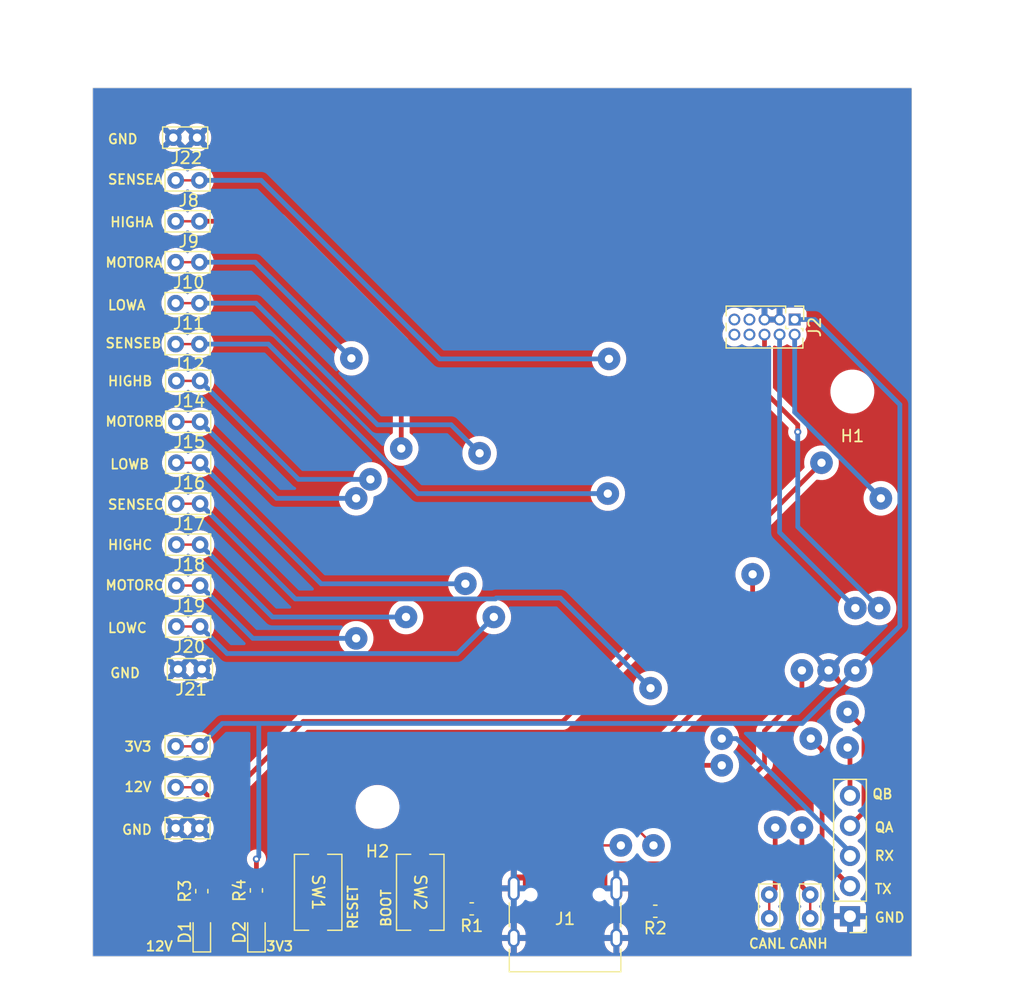
<source format=kicad_pcb>
(kicad_pcb (version 20241229) (generator "pcbnew") (generator_version "9.0")
  (title_block (rev "1"))
  (layers (0 "F.Cu" signal "Front") (2 "B.Cu" signal "Back") (13 "F.Paste" user) (15 "B.Paste" user) (5 "F.SilkS" user "F.Silkscreen") (7 "B.SilkS" user "B.Silkscreen") (1 "F.Mask" user) (3 "B.Mask" user) (25 "Edge.Cuts" user))
  (net 0 "")
  (net 1 "VBUS")
  (net 2 "/D-")
  (net 4 "GND")
  (net 5 "/D+")
  (net 6 "Net-(J1-CC2)")
  (net 8 "Net-(J1-CC1)")
  (net 10 "/SWDCK")
  (net 12 "/RESET")
  (net 14 "/SWDIO")
  (net 15 "+12V")
  (net 16 "+3V3")
  (net 17 "/CANL")
  (net 18 "/CANH")
  (net 19 "Net-(D1-A)")
  (net 20 "Net-(D2-A)")
  (net 21 "/~{RESET}")
  (net 22 "/~{BOOT}")
  (net 23 "/SWO")
  (net 24 "/CAN_TX")
  (net 25 "/CAN_RX")
  (net 26 "/QUADA")
  (net 27 "/QUADB")
  (net 28 "/SENSEA")
  (net 29 "/HIGHA")
  (net 30 "/MOTORA")
  (net 31 "/LOWA")
  (net 32 "/SENSEB")
  (net 33 "/HIGHB")
  (net 34 "/MOTORB")
  (net 35 "/LOWB")
  (net 36 "/SENSEC")
  (net 37 "/HIGHC")
  (net 38 "/MOTORC")
  (net 39 "/LOWC")
  (footprint "TestPoint:TestPoint_Bridge_Pitch2.0mm_Drill0.7mm" (layer "F.Cu") (at 95.25 63.75)
    (property "Reference" "J11" (at 1.1 1.7 0) (layer "F.SilkS"))
    (property "Value" "Conn_01x01_Socket")
    (pad "1" thru_hole circle (at 0 0) (size 1.4 1.4) (drill 0.7) (layers "*.Cu" "*.Mask") (net 31 "/LOWA"))
    (pad "1" thru_hole circle (at 2 0) (size 1.4 1.4) (drill 0.7) (layers "*.Cu" "*.Mask") (net 31 "/LOWA"))
  )
  (footprint "SJSU_common:MilMax_Pogo_0906-0-15-20-76-14-11-0" (layer "F.Cu") (at 110.05 68.4 180)
    (property "Reference" "TP20" (hide yes))
    (property "Value" "0906-0-15-20-76-14-11-0")
    (pad "1" thru_hole circle (at 0 0 180) (size 1.9 1.9) (drill 0.7) (layers "*.Cu" "*.Mask") (net 30 "/MOTORA"))
  )
  (footprint "SJSU_common:MilMax_Pogo_0906-0-15-20-76-14-11-0" (layer "F.Cu") (at 154.65 80.2 180)
    (property "Reference" "TP10" (hide yes))
    (property "Value" "0906-0-15-20-76-14-11-0")
    (pad "1" thru_hole circle (at 0 0 180) (size 1.9 1.9) (drill 0.7) (layers "*.Cu" "*.Mask") (net 14 "/SWDIO"))
  )
  (footprint "TestPoint:TestPoint_Bridge_Pitch2.0mm_Drill0.7mm" (layer "F.Cu") (at 95.45 94.6)
    (property "Reference" "J21" (at 1.1 1.7 0) (layer "F.SilkS"))
    (property "Value" "Conn_01x01_Socket")
    (pad "1" thru_hole circle (at 0 0) (size 1.4 1.4) (drill 0.7) (layers "*.Cu" "*.Mask") (net 4 "GND"))
    (pad "1" thru_hole circle (at 2 0) (size 1.4 1.4) (drill 0.7) (layers "*.Cu" "*.Mask") (net 4 "GND"))
  )
  (footprint "SJSU_common:MilMax_Pogo_0906-0-15-20-76-14-11-0" (layer "F.Cu") (at 114.65 90.2 180)
    (property "Reference" "TP27" (hide yes))
    (property "Value" "0906-0-15-20-76-14-11-0")
    (pad "1" thru_hole circle (at 0 0 180) (size 1.9 1.9) (drill 0.7) (layers "*.Cu" "*.Mask") (net 37 "/HIGHC"))
  )
  (footprint "SJSU_common:MilMax_Pogo_0906-0-15-20-76-14-11-0" (layer "F.Cu") (at 120.85 76.4 180)
    (property "Reference" "TP21" (hide yes))
    (property "Value" "0906-0-15-20-76-14-11-0")
    (pad "1" thru_hole circle (at 0 0 180) (size 1.9 1.9) (drill 0.7) (layers "*.Cu" "*.Mask") (net 31 "/LOWA"))
  )
  (footprint "SJSU_common:MilMax_Pogo_0906-0-15-20-76-14-11-0" (layer "F.Cu") (at 152.5 89.45 180)
    (property "Reference" "TP9" (hide yes))
    (property "Value" "0906-0-15-20-76-14-11-0")
    (pad "1" thru_hole circle (at 0 0 180) (size 1.9 1.9) (drill 0.7) (layers "*.Cu" "*.Mask") (net 10 "/SWDCK"))
  )
  (footprint "SJSU_common:MilMax_Pogo_0906-0-15-20-76-14-11-0" (layer "F.Cu") (at 119.65 87.4 180)
    (property "Reference" "TP25" (hide yes))
    (property "Value" "0906-0-15-20-76-14-11-0")
    (pad "1" thru_hole circle (at 0 0 180) (size 1.9 1.9) (drill 0.7) (layers "*.Cu" "*.Mask") (net 35 "/LOWB"))
  )
  (footprint "SJSU_common:MilMax_Pogo_0906-0-15-20-76-14-11-0" (layer "F.Cu") (at 135.5 109.45 180)
    (property "Reference" "TP4" (hide yes))
    (property "Value" "0906-0-15-20-76-14-11-0")
    (pad "1" thru_hole circle (at 0 0 180) (size 1.9 1.9) (drill 0.7) (layers "*.Cu" "*.Mask") (net 2 "/D-"))
  )
  (footprint "TestPoint:TestPoint_Bridge_Pitch2.0mm_Drill0.7mm" (layer "F.Cu") (at 95.3 87.55)
    (property "Reference" "J19" (at 1.1 1.7 0) (layer "F.SilkS"))
    (property "Value" "Conn_01x01_Socket")
    (pad "1" thru_hole circle (at 0 0) (size 1.4 1.4) (drill 0.7) (layers "*.Cu" "*.Mask") (net 38 "/MOTORC"))
    (pad "1" thru_hole circle (at 2 0) (size 1.4 1.4) (drill 0.7) (layers "*.Cu" "*.Mask") (net 38 "/MOTORC"))
  )
  (footprint "SJSU_common:MilMax_Pogo_0906-0-15-20-76-14-11-0" (layer "F.Cu") (at 143.85 86.6 180)
    (property "Reference" "TP7" (hide yes))
    (property "Value" "0906-0-15-20-76-14-11-0")
    (pad "1" thru_hole circle (at 0 0 180) (size 1.9 1.9) (drill 0.7) (layers "*.Cu" "*.Mask") (net 21 "/~{RESET}"))
  )
  (footprint "TestPoint:TestPoint_Bridge_Pitch2.0mm_Drill0.7mm" (layer "F.Cu") (at 95.3 80.65)
    (property "Reference" "J17" (at 1.1 1.7 0) (layer "F.SilkS"))
    (property "Value" "Conn_01x01_Socket")
    (pad "1" thru_hole circle (at 0 0) (size 1.4 1.4) (drill 0.7) (layers "*.Cu" "*.Mask") (net 36 "/SENSEC"))
    (pad "1" thru_hole circle (at 2 0) (size 1.4 1.4) (drill 0.7) (layers "*.Cu" "*.Mask") (net 36 "/SENSEC"))
  )
  (footprint "Capacitor_SMD:C_0603_1608Metric_Pad1.08x0.95mm_HandSolder" (layer "F.Cu") (at 135.65 115 180)
    (property "Reference" "R2" (at 0 -1.43 0) (layer "F.SilkS"))
    (property "Value" "5.1k")
    (pad "1" smd roundrect (at -0.8625 0 180) (size 1.075 0.95) (layers "F.Cu" "F.Mask" "F.Paste") (net 4 "GND"))
    (pad "2" smd roundrect (at 0.8625 0 180) (size 1.075 0.95) (layers "F.Cu" "F.Mask" "F.Paste") (net 6 "Net-(J1-CC2)"))
  )
  (footprint "SJSU_common:MilMax_Pogo_0906-0-15-20-76-14-11-0" (layer "F.Cu") (at 151.85 101.2 180)
    (property "Reference" "TP17" (hide yes))
    (property "Value" "0906-0-15-20-76-14-11-0")
    (pad "1" thru_hole circle (at 0 0 180) (size 1.9 1.9) (drill 0.7) (layers "*.Cu" "*.Mask") (net 27 "/QUADB"))
  )
  (footprint "TestPoint:TestPoint_Bridge_Pitch2.0mm_Drill0.7mm" (layer "F.Cu") (at 95.3 77.2)
    (property "Reference" "J16" (at 1.1 1.7 0) (layer "F.SilkS"))
    (property "Value" "Conn_01x01_Socket")
    (pad "1" thru_hole circle (at 0 0) (size 1.4 1.4) (drill 0.7) (layers "*.Cu" "*.Mask") (net 35 "/LOWB"))
    (pad "1" thru_hole circle (at 2 0) (size 1.4 1.4) (drill 0.7) (layers "*.Cu" "*.Mask") (net 35 "/LOWB"))
  )
  (footprint "SJSU_common:MilMax_Pogo_0906-0-15-20-76-14-11-0" (layer "F.Cu") (at 131.75 68.45 180)
    (property "Reference" "TP18" (hide yes))
    (property "Value" "0906-0-15-20-76-14-11-0")
    (pad "1" thru_hole circle (at 0 0 180) (size 1.9 1.9) (drill 0.7) (layers "*.Cu" "*.Mask") (net 28 "/SENSEA"))
  )
  (footprint "Connector_PinHeader_2.54mm:PinHeader_1x05_P2.54mm_Vertical" (layer "F.Cu") (at 152.05 115.42 180)
    (property "Reference" "J13" (hide yes))
    (property "Value" "Conn_01x05")
    (pad "1" thru_hole rect (at 0 0 180) (size 1.7 1.7) (drill 1) (layers "*.Cu" "*.Mask") (net 4 "GND"))
    (pad "2" thru_hole circle (at 0 2.54 180) (size 1.7 1.7) (drill 1) (layers "*.Cu" "*.Mask") (net 24 "/CAN_TX"))
    (pad "3" thru_hole circle (at 0 5.08 180) (size 1.7 1.7) (drill 1) (layers "*.Cu" "*.Mask") (net 25 "/CAN_RX"))
    (pad "4" thru_hole circle (at 0 7.62 180) (size 1.7 1.7) (drill 1) (layers "*.Cu" "*.Mask") (net 26 "/QUADA"))
    (pad "5" thru_hole circle (at 0 10.16 180) (size 1.7 1.7) (drill 1) (layers "*.Cu" "*.Mask") (net 27 "/QUADB"))
  )
  (footprint "TestPoint:TestPoint_Bridge_Pitch2.0mm_Drill0.7mm" (layer "F.Cu") (at 148.7 115.6 90)
    (property "Reference" "J7" (hide yes))
    (property "Value" "Conn_01x01_Socket")
    (pad "1" thru_hole circle (at 0 0 90) (size 1.4 1.4) (drill 0.7) (layers "*.Cu" "*.Mask") (net 18 "/CANH"))
    (pad "1" thru_hole circle (at 2 0 90) (size 1.4 1.4) (drill 0.7) (layers "*.Cu" "*.Mask") (net 18 "/CANH"))
  )
  (footprint "TestPoint:TestPoint_Bridge_Pitch2.0mm_Drill0.7mm" (layer "F.Cu") (at 95.3 70.3)
    (property "Reference" "J14" (at 1.1 1.7 0) (layer "F.SilkS"))
    (property "Value" "Conn_01x01_Socket")
    (pad "1" thru_hole circle (at 0 0) (size 1.4 1.4) (drill 0.7) (layers "*.Cu" "*.Mask") (net 33 "/HIGHB"))
    (pad "1" thru_hole circle (at 2 0) (size 1.4 1.4) (drill 0.7) (layers "*.Cu" "*.Mask") (net 33 "/HIGHB"))
  )
  (footprint "Capacitor_SMD:C_0603_1608Metric_Pad1.08x0.95mm_HandSolder" (layer "F.Cu") (at 120.1875 114.8 180)
    (property "Reference" "R1" (at 0 -1.43 0) (layer "F.SilkS"))
    (property "Value" "5.1k")
    (pad "1" smd roundrect (at -0.8625 0 180) (size 1.075 0.95) (layers "F.Cu" "F.Mask" "F.Paste") (net 8 "Net-(J1-CC1)"))
    (pad "2" smd roundrect (at 0.8625 0 180) (size 1.075 0.95) (layers "F.Cu" "F.Mask" "F.Paste") (net 4 "GND"))
  )
  (footprint "SJSU_common:MilMax_Pogo_0906-0-15-20-76-14-11-0" (layer "F.Cu") (at 111.65 78.6 180)
    (property "Reference" "TP23" (hide yes))
    (property "Value" "0906-0-15-20-76-14-11-0")
    (pad "1" thru_hole circle (at 0 0 180) (size 1.9 1.9) (drill 0.7) (layers "*.Cu" "*.Mask") (net 33 "/HIGHB"))
  )
  (footprint "SJSU_common:MilMax_Pogo_0906-0-15-20-76-14-11-0" (layer "F.Cu") (at 141.25 102.7 180)
    (property "Reference" "TP8" (hide yes))
    (property "Value" "0906-0-15-20-76-14-11-0")
    (pad "1" thru_hole circle (at 0 0 180) (size 1.9 1.9) (drill 0.7) (layers "*.Cu" "*.Mask") (net 22 "/~{BOOT}"))
  )
  (footprint "SJSU_common:MilMax_Pogo_0906-0-15-20-76-14-11-0" (layer "F.Cu") (at 148.75 100.45 180)
    (property "Reference" "TP14" (hide yes))
    (property "Value" "0906-0-15-20-76-14-11-0")
    (pad "1" thru_hole circle (at 0 0 180) (size 1.9 1.9) (drill 0.7) (layers "*.Cu" "*.Mask") (net 24 "/CAN_TX"))
  )
  (footprint "TestPoint:TestPoint_Bridge_Pitch2.0mm_Drill0.7mm" (layer "F.Cu") (at 95.3 91)
    (property "Reference" "J20" (at 1.1 1.7 0) (layer "F.SilkS"))
    (property "Value" "Conn_01x01_Socket")
    (pad "1" thru_hole circle (at 0 0) (size 1.4 1.4) (drill 0.7) (layers "*.Cu" "*.Mask") (net 39 "/LOWC"))
    (pad "1" thru_hole circle (at 2 0) (size 1.4 1.4) (drill 0.7) (layers "*.Cu" "*.Mask") (net 39 "/LOWC"))
  )
  (footprint "SJSU_common:MilMax_Pogo_0906-0-15-20-76-14-11-0" (layer "F.Cu") (at 122.05 90.2 180)
    (property "Reference" "TP29" (hide yes))
    (property "Value" "0906-0-15-20-76-14-11-0")
    (pad "1" thru_hole circle (at 0 0 180) (size 1.9 1.9) (drill 0.7) (layers "*.Cu" "*.Mask") (net 39 "/LOWC"))
  )
  (footprint "SJSU_common:MilMax_Pogo_0906-0-15-20-76-14-11-0" (layer "F.Cu") (at 131.65 79.8 180)
    (property "Reference" "TP22" (hide yes))
    (property "Value" "0906-0-15-20-76-14-11-0")
    (pad "1" thru_hole circle (at 0 0 180) (size 1.9 1.9) (drill 0.7) (layers "*.Cu" "*.Mask") (net 32 "/SENSEB"))
  )
  (footprint "TestPoint:TestPoint_Bridge_Pitch2.0mm_Drill0.7mm" (layer "F.Cu") (at 95.25 56.85)
    (property "Reference" "J9" (at 1.1 1.7 0) (layer "F.SilkS"))
    (property "Value" "Conn_01x01_Socket")
    (pad "1" thru_hole circle (at 0 0) (size 1.4 1.4) (drill 0.7) (layers "*.Cu" "*.Mask") (net 29 "/HIGHA"))
    (pad "1" thru_hole circle (at 2 0) (size 1.4 1.4) (drill 0.7) (layers "*.Cu" "*.Mask") (net 29 "/HIGHA"))
  )
  (footprint "SJSU_common:MilMax_Pogo_0906-0-15-20-76-14-11-0" (layer "F.Cu") (at 132.75 109.45 180)
    (property "Reference" "TP3" (hide yes))
    (property "Value" "0906-0-15-20-76-14-11-0")
    (pad "1" thru_hole circle (at 0 0 180) (size 1.9 1.9) (drill 0.7) (layers "*.Cu" "*.Mask") (net 5 "/D+"))
  )
  (footprint "SJSU_common:MilMax_Pogo_0906-0-15-20-76-14-11-0" (layer "F.Cu") (at 151.85 98.2 180)
    (property "Reference" "TP16" (hide yes))
    (property "Value" "0906-0-15-20-76-14-11-0")
    (pad "1" thru_hole circle (at 0 0 180) (size 1.9 1.9) (drill 0.7) (layers "*.Cu" "*.Mask") (net 26 "/QUADA"))
  )
  (footprint "TestPoint:TestPoint_Bridge_Pitch2.0mm_Drill0.7mm" (layer "F.Cu") (at 95.25 67.2)
    (property "Reference" "J12" (at 1.1 1.7 0) (layer "F.SilkS"))
    (property "Value" "Conn_01x01_Socket")
    (pad "1" thru_hole circle (at 0 0) (size 1.4 1.4) (drill 0.7) (layers "*.Cu" "*.Mask") (net 32 "/SENSEB"))
    (pad "1" thru_hole circle (at 2 0) (size 1.4 1.4) (drill 0.7) (layers "*.Cu" "*.Mask") (net 32 "/SENSEB"))
  )
  (footprint "Connector_PinHeader_1.27mm:PinHeader_2x05_P1.27mm_Vertical" (layer "F.Cu") (at 147.39 65.13 -90)
    (property "Reference" "J2" (at 0.635 -1.695 90) (layer "F.SilkS"))
    (property "Value" "Conn_ARM_JTAG_SWD_10")
    (pad "1" thru_hole rect (at 0 0 270) (size 1 1) (drill 0.65) (layers "*.Cu" "*.Mask") (net 16 "+3V3"))
    (pad "2" thru_hole oval (at 1.27 0 270) (size 1 1) (drill 0.65) (layers "*.Cu" "*.Mask") (net 14 "/SWDIO"))
    (pad "3" thru_hole oval (at 0 1.27 270) (size 1 1) (drill 0.65) (layers "*.Cu" "*.Mask") (net 4 "GND"))
    (pad "4" thru_hole oval (at 1.27 1.27 270) (size 1 1) (drill 0.65) (layers "*.Cu" "*.Mask") (net 10 "/SWDCK"))
    (pad "5" thru_hole oval (at 0 2.54 270) (size 1 1) (drill 0.65) (layers "*.Cu" "*.Mask") (net 4 "GND"))
    (pad "6" thru_hole oval (at 1.27 2.54 270) (size 1 1) (drill 0.65) (layers "*.Cu" "*.Mask") (net 23 "/SWO"))
    (pad "7" thru_hole oval (at 0 3.81 270) (size 1 1) (drill 0.65) (layers "*.Cu" "*.Mask"))
    (pad "8" thru_hole oval (at 1.27 3.81 270) (size 1 1) (drill 0.65) (layers "*.Cu" "*.Mask"))
    (pad "9" thru_hole oval (at 0 5.08 270) (size 1 1) (drill 0.65) (layers "*.Cu" "*.Mask"))
    (pad "10" thru_hole oval (at 1.27 5.08 270) (size 1 1) (drill 0.65) (layers "*.Cu" "*.Mask") (net 12 "/RESET"))
  )
  (footprint "SJSU_common:MilMax_Pogo_0906-0-15-20-76-14-11-0" (layer "F.Cu") (at 150.25 94.7 180)
    (property "Reference" "TP1" (hide yes))
    (property "Value" "0906-0-15-20-76-14-11-0")
    (pad "1" thru_hole circle (at 0 0 180) (size 1.9 1.9) (drill 0.7) (layers "*.Cu" "*.Mask") (net 4 "GND"))
  )
  (footprint "SJSU_common:MilMax_Pogo_0906-0-15-20-76-14-11-0" (layer "F.Cu") (at 149.65 77.2 180)
    (property "Reference" "TP5" (hide yes))
    (property "Value" "0906-0-15-20-76-14-11-0")
    (pad "1" thru_hole circle (at 0 0 180) (size 1.9 1.9) (drill 0.7) (layers "*.Cu" "*.Mask") (net 15 "+12V"))
  )
  (footprint "LED_SMD:LED_0603_1608Metric_Pad1.05x0.95mm_HandSolder" (layer "F.Cu") (at 102.05 116.76875 90)
    (property "Reference" "D2" (at 0 -1.43 90) (layer "F.SilkS"))
    (property "Value" "LED")
    (pad "1" smd roundrect (at -0.875 0 90) (size 1.05 0.95) (layers "F.Cu" "F.Mask" "F.Paste") (net 4 "GND"))
    (pad "2" smd roundrect (at 0.875 0 90) (size 1.05 0.95) (layers "F.Cu" "F.Mask" "F.Paste") (net 20 "Net-(D2-A)"))
  )
  (footprint "TestPoint:TestPoint_Bridge_Pitch2.0mm_Drill0.7mm" (layer "F.Cu") (at 95.05 49.8)
    (property "Reference" "J22" (at 1.1 1.7 0) (layer "F.SilkS"))
    (property "Value" "Conn_01x01_Socket")
    (pad "1" thru_hole circle (at 0 0) (size 1.4 1.4) (drill 0.7) (layers "*.Cu" "*.Mask") (net 4 "GND"))
    (pad "1" thru_hole circle (at 2 0) (size 1.4 1.4) (drill 0.7) (layers "*.Cu" "*.Mask") (net 4 "GND"))
  )
  (footprint "TestPoint:TestPoint_Bridge_Pitch2.0mm_Drill0.7mm" (layer "F.Cu") (at 95.3 84.1)
    (property "Reference" "J18" (at 1.1 1.7 0) (layer "F.SilkS"))
    (property "Value" "Conn_01x01_Socket")
    (pad "1" thru_hole circle (at 0 0) (size 1.4 1.4) (drill 0.7) (layers "*.Cu" "*.Mask") (net 37 "/HIGHC"))
    (pad "1" thru_hole circle (at 2 0) (size 1.4 1.4) (drill 0.7) (layers "*.Cu" "*.Mask") (net 37 "/HIGHC"))
  )
  (footprint "SJSU_common:MilMax_Pogo_0906-0-15-20-76-14-11-0" (layer "F.Cu") (at 135.25 96.2 180)
    (property "Reference" "TP26" (hide yes))
    (property "Value" "0906-0-15-20-76-14-11-0")
    (pad "1" thru_hole circle (at 0 0 180) (size 1.9 1.9) (drill 0.7) (layers "*.Cu" "*.Mask") (net 36 "/SENSEC"))
  )
  (footprint "Capacitor_SMD:C_0603_1608Metric_Pad1.08x0.95mm_HandSolder" (layer "F.Cu") (at 97.45 113.30625 90)
    (property "Reference" "R3" (at 0 -1.43 90) (layer "F.SilkS"))
    (property "Value" "5.1k")
    (pad "1" smd roundrect (at -0.8625 0 90) (size 1.075 0.95) (layers "F.Cu" "F.Mask" "F.Paste") (net 19 "Net-(D1-A)"))
    (pad "2" smd roundrect (at 0.8625 0 90) (size 1.075 0.95) (layers "F.Cu" "F.Mask" "F.Paste") (net 15 "+12V"))
  )
  (footprint "SJSU_common:MilMax_Pogo_0906-0-15-20-76-14-11-0" (layer "F.Cu") (at 110.45 80.2 180)
    (property "Reference" "TP24" (hide yes))
    (property "Value" "0906-0-15-20-76-14-11-0")
    (pad "1" thru_hole circle (at 0 0 180) (size 1.9 1.9) (drill 0.7) (layers "*.Cu" "*.Mask") (net 34 "/MOTORB"))
  )
  (footprint "SJSU_common:MilMax_Pogo_0906-0-15-20-76-14-11-0" (layer "F.Cu") (at 110.45 92 180)
    (property "Reference" "TP28" (hide yes))
    (property "Value" "0906-0-15-20-76-14-11-0")
    (pad "1" thru_hole circle (at 0 0 180) (size 1.9 1.9) (drill 0.7) (layers "*.Cu" "*.Mask") (net 38 "/MOTORC"))
  )
  (footprint "TestPoint:TestPoint_Bridge_Pitch2.0mm_Drill0.7mm" (layer "F.Cu") (at 95.25 53.4)
    (property "Reference" "J8" (at 1.1 1.7 0) (layer "F.SilkS"))
    (property "Value" "Conn_01x01_Socket")
    (pad "1" thru_hole circle (at 0 0) (size 1.4 1.4) (drill 0.7) (layers "*.Cu" "*.Mask") (net 28 "/SENSEA"))
    (pad "1" thru_hole circle (at 2 0) (size 1.4 1.4) (drill 0.7) (layers "*.Cu" "*.Mask") (net 28 "/SENSEA"))
  )
  (footprint "TestPoint:TestPoint_Bridge_Pitch2.0mm_Drill0.7mm" (layer "F.Cu") (at 145.25 115.6 90)
    (property "Reference" "J6" (hide yes))
    (property "Value" "Conn_01x01_Socket")
    (pad "1" thru_hole circle (at 0 0 90) (size 1.4 1.4) (drill 0.7) (layers "*.Cu" "*.Mask") (net 17 "/CANL"))
    (pad "1" thru_hole circle (at 2 0 90) (size 1.4 1.4) (drill 0.7) (layers "*.Cu" "*.Mask") (net 17 "/CANL"))
  )
  (footprint "TestPoint:TestPoint_Bridge_Pitch2.0mm_Drill0.7mm" (layer "F.Cu") (at 95.3 73.75)
    (property "Reference" "J15" (at 1.1 1.7 0) (layer "F.SilkS"))
    (property "Value" "Conn_01x01_Socket")
    (pad "1" thru_hole circle (at 0 0) (size 1.4 1.4) (drill 0.7) (layers "*.Cu" "*.Mask") (net 34 "/MOTORB"))
    (pad "1" thru_hole circle (at 2 0) (size 1.4 1.4) (drill 0.7) (layers "*.Cu" "*.Mask") (net 34 "/MOTORB"))
  )
  (footprint "TestPoint:TestPoint_Bridge_Pitch2.0mm_Drill0.7mm" (layer "F.Cu") (at 95.25 60.3)
    (property "Reference" "J10" (at 1.1 1.7 0) (layer "F.SilkS"))
    (property "Value" "Conn_01x01_Socket")
    (pad "1" thru_hole circle (at 0 0) (size 1.4 1.4) (drill 0.7) (layers "*.Cu" "*.Mask") (net 30 "/MOTORA"))
    (pad "1" thru_hole circle (at 2 0) (size 1.4 1.4) (drill 0.7) (layers "*.Cu" "*.Mask") (net 30 "/MOTORA"))
  )
  (footprint "Connector_USB:USB_C_Receptacle_HRO_TYPE-C-31-M-12" (layer "F.Cu") (at 128.05 116.2)
    (property "Reference" "J1" (at 0 -0.56 0) (layer "F.SilkS"))
    (property "Value" "USB_C_Receptacle_USB2.0_16P")
    (pad "" np_thru_hole circle (at -2.89 -2.6) (size 0.65 0.65) (drill 0.65) (layers "*.Cu" "*.Mask"))
    (pad "" np_thru_hole circle (at 2.89 -2.6) (size 0.65 0.65) (drill 0.65) (layers "*.Cu" "*.Mask"))
    (pad "A1" smd rect (at -3.25 -4.045) (size 0.6 1.45) (layers "F.Cu" "F.Mask" "F.Paste") (net 4 "GND"))
    (pad "A4" smd rect (at -2.45 -4.045) (size 0.6 1.45) (layers "F.Cu" "F.Mask" "F.Paste") (net 1 "VBUS"))
    (pad "A5" smd rect (at -1.25 -4.045) (size 0.3 1.45) (layers "F.Cu" "F.Mask" "F.Paste") (net 8 "Net-(J1-CC1)"))
    (pad "A6" smd rect (at -0.25 -4.045) (size 0.3 1.45) (layers "F.Cu" "F.Mask" "F.Paste") (net 5 "/D+"))
    (pad "A7" smd rect (at 0.25 -4.045) (size 0.3 1.45) (layers "F.Cu" "F.Mask" "F.Paste") (net 2 "/D-"))
    (pad "A8" smd rect (at 1.25 -4.045) (size 0.3 1.45) (layers "F.Cu" "F.Mask" "F.Paste"))
    (pad "A9" smd rect (at 2.45 -4.045) (size 0.6 1.45) (layers "F.Cu" "F.Mask" "F.Paste") (net 1 "VBUS"))
    (pad "A12" smd rect (at 3.25 -4.045) (size 0.6 1.45) (layers "F.Cu" "F.Mask" "F.Paste") (net 4 "GND"))
    (pad "B1" smd rect (at 3.25 -4.045) (size 0.6 1.45) (layers "F.Cu" "F.Mask" "F.Paste") (net 4 "GND"))
    (pad "B4" smd rect (at 2.45 -4.045) (size 0.6 1.45) (layers "F.Cu" "F.Mask" "F.Paste") (net 1 "VBUS"))
    (pad "B5" smd rect (at 1.75 -4.045) (size 0.3 1.45) (layers "F.Cu" "F.Mask" "F.Paste") (net 6 "Net-(J1-CC2)"))
    (pad "B6" smd rect (at 0.75 -4.045) (size 0.3 1.45) (layers "F.Cu" "F.Mask" "F.Paste") (net 5 "/D+"))
    (pad "B7" smd rect (at -0.75 -4.045) (size 0.3 1.45) (layers "F.Cu" "F.Mask" "F.Paste") (net 2 "/D-"))
    (pad "B8" smd rect (at -1.75 -4.045) (size 0.3 1.45) (layers "F.Cu" "F.Mask" "F.Paste"))
    (pad "B9" smd rect (at -2.45 -4.045) (size 0.6 1.45) (layers "F.Cu" "F.Mask" "F.Paste") (net 1 "VBUS"))
    (pad "B12" smd rect (at -3.25 -4.045) (size 0.6 1.45) (layers "F.Cu" "F.Mask" "F.Paste") (net 4 "GND"))
    (pad "S1" thru_hole oval (at -4.32 -3.13) (size 1 2.1) (drill oval 0.6 1.7) (property pad_prop_heatsink) (layers "*.Cu" "*.Mask") (net 4 "GND"))
    (pad "S1" thru_hole oval (at -4.32 1.05) (size 1 1.6) (drill oval 0.6 1.2) (property pad_prop_heatsink) (layers "*.Cu" "*.Mask") (net 4 "GND"))
    (pad "S1" thru_hole oval (at 4.32 -3.13) (size 1 2.1) (drill oval 0.6 1.7) (property pad_prop_heatsink) (layers "*.Cu" "*.Mask") (net 4 "GND"))
    (pad "S1" thru_hole oval (at 4.32 1.05) (size 1 1.6) (drill oval 0.6 1.2) (property pad_prop_heatsink) (layers "*.Cu" "*.Mask") (net 4 "GND"))
  )
  (footprint "TestPoint:TestPoint_Bridge_Pitch2.0mm_Drill0.7mm" (layer "F.Cu") (at 97.25 108 180)
    (property "Reference" "J3" (hide yes))
    (property "Value" "Conn_01x01_Socket")
    (pad "1" thru_hole circle (at 0 0 180) (size 1.4 1.4) (drill 0.7) (layers "*.Cu" "*.Mask") (net 4 "GND"))
    (pad "1" thru_hole circle (at 2 0 180) (size 1.4 1.4) (drill 0.7) (layers "*.Cu" "*.Mask") (net 4 "GND"))
  )
  (footprint "MountingHole:MountingHole_3.2mm_M3_DIN965" (layer "F.Cu") (at 112.25 106.2 180)
    (property "Reference" "H2" (at 0 -3.75 0) (layer "F.SilkS"))
    (property "Value" "MountingHole")
    (pad "" np_thru_hole circle (at 0 0 180) (size 3.2 3.2) (drill 3.2) (layers "*.Cu" "*.Mask"))
  )
  (footprint "LED_SMD:LED_0603_1608Metric_Pad1.05x0.95mm_HandSolder" (layer "F.Cu") (at 97.45 116.76875 90)
    (property "Reference" "D1" (at 0 -1.43 90) (layer "F.SilkS"))
    (property "Value" "LED")
    (pad "1" smd roundrect (at -0.875 0 90) (size 1.05 0.95) (layers "F.Cu" "F.Mask" "F.Paste") (net 4 "GND"))
    (pad "2" smd roundrect (at 0.875 0 90) (size 1.05 0.95) (layers "F.Cu" "F.Mask" "F.Paste") (net 19 "Net-(D1-A)"))
  )
  (footprint "Button_Switch_SMD:SW_Tactile_SPST_NO_Straight_CK_PTS636Sx25SMTRLFS" (layer "F.Cu") (at 115.85 113.4 -90)
    (property "Reference" "SW2" (at 0 0 270) (layer "F.SilkS"))
    (property "Value" "BOOT")
    (pad "1" smd rect (at -3.875 0 270) (size 1.25 1) (layers "F.Cu" "F.Mask" "F.Paste") (net 22 "/~{BOOT}"))
    (pad "2" smd rect (at 3.875 0 270) (size 1.25 1) (layers "F.Cu" "F.Mask" "F.Paste") (net 4 "GND"))
  )
  (footprint "SJSU_common:MilMax_Pogo_0906-0-15-20-76-14-11-0" (layer "F.Cu") (at 148 94.7 180)
    (property "Reference" "TP2" (hide yes))
    (property "Value" "0906-0-15-20-76-14-11-0")
    (pad "1" thru_hole circle (at 0 0 180) (size 1.9 1.9) (drill 0.7) (layers "*.Cu" "*.Mask") (net 1 "VBUS"))
  )
  (footprint "SJSU_common:MilMax_Pogo_0906-0-15-20-76-14-11-0" (layer "F.Cu") (at 145.75 107.95 180)
    (property "Reference" "TP13" (hide yes))
    (property "Value" "0906-0-15-20-76-14-11-0")
    (pad "1" thru_hole circle (at 0 0 180) (size 1.9 1.9) (drill 0.7) (layers "*.Cu" "*.Mask") (net 17 "/CANL"))
  )
  (footprint "SJSU_common:MilMax_Pogo_0906-0-15-20-76-14-11-0" (layer "F.Cu") (at 114.25 76 180)
    (property "Reference" "TP19" (hide yes))
    (property "Value" "0906-0-15-20-76-14-11-0")
    (pad "1" thru_hole circle (at 0 0 180) (size 1.9 1.9) (drill 0.7) (layers "*.Cu" "*.Mask") (net 29 "/HIGHA"))
  )
  (footprint "Capacitor_SMD:C_0603_1608Metric_Pad1.08x0.95mm_HandSolder" (layer "F.Cu") (at 102.05 113.24375 90)
    (property "Reference" "R4" (at 0 -1.43 90) (layer "F.SilkS"))
    (property "Value" "5.1k")
    (pad "1" smd roundrect (at -0.8625 0 90) (size 1.075 0.95) (layers "F.Cu" "F.Mask" "F.Paste") (net 20 "Net-(D2-A)"))
    (pad "2" smd roundrect (at 0.8625 0 90) (size 1.075 0.95) (layers "F.Cu" "F.Mask" "F.Paste") (net 16 "+3V3"))
  )
  (footprint "Button_Switch_SMD:SW_Tactile_SPST_NO_Straight_CK_PTS636Sx25SMTRLFS" (layer "F.Cu") (at 107.25 113.4 -90)
    (property "Reference" "SW1" (at 0 0 270) (layer "F.SilkS"))
    (property "Value" "RESET")
    (pad "1" smd rect (at -3.875 0 270) (size 1.25 1) (layers "F.Cu" "F.Mask" "F.Paste") (net 21 "/~{RESET}"))
    (pad "2" smd rect (at 3.875 0 270) (size 1.25 1) (layers "F.Cu" "F.Mask" "F.Paste") (net 4 "GND"))
  )
  (footprint "TestPoint:TestPoint_Bridge_Pitch2.0mm_Drill0.7mm" (layer "F.Cu") (at 97.25 104.55 180)
    (property "Reference" "J4" (hide yes))
    (property "Value" "Conn_01x01_Socket")
    (pad "1" thru_hole circle (at 0 0 180) (size 1.4 1.4) (drill 0.7) (layers "*.Cu" "*.Mask") (net 15 "+12V"))
    (pad "1" thru_hole circle (at 2 0 180) (size 1.4 1.4) (drill 0.7) (layers "*.Cu" "*.Mask") (net 15 "+12V"))
  )
  (footprint "TestPoint:TestPoint_Bridge_Pitch2.0mm_Drill0.7mm" (layer "F.Cu") (at 97.25 101.1 180)
    (property "Reference" "J5" (hide yes))
    (property "Value" "Conn_01x01_Socket")
    (pad "1" thru_hole circle (at 0 0 180) (size 1.4 1.4) (drill 0.7) (layers "*.Cu" "*.Mask") (net 16 "+3V3"))
    (pad "1" thru_hole circle (at 2 0 180) (size 1.4 1.4) (drill 0.7) (layers "*.Cu" "*.Mask") (net 16 "+3V3"))
  )
  (footprint "SJSU_common:MilMax_Pogo_0906-0-15-20-76-14-11-0" (layer "F.Cu") (at 148 107.95 180)
    (property "Reference" "TP12" (hide yes))
    (property "Value" "0906-0-15-20-76-14-11-0")
    (pad "1" thru_hole circle (at 0 0 180) (size 1.9 1.9) (drill 0.7) (layers "*.Cu" "*.Mask") (net 18 "/CANH"))
  )
  (footprint "SJSU_common:MilMax_Pogo_0906-0-15-20-76-14-11-0" (layer "F.Cu") (at 154.5 89.45 180)
    (property "Reference" "TP11" (hide yes))
    (property "Value" "0906-0-15-20-76-14-11-0")
    (pad "1" thru_hole circle (at 0 0 180) (size 1.9 1.9) (drill 0.7) (layers "*.Cu" "*.Mask") (net 23 "/SWO"))
  )
  (footprint "SJSU_common:MilMax_Pogo_0906-0-15-20-76-14-11-0" (layer "F.Cu") (at 141.25 100.45 180)
    (property "Reference" "TP15" (hide yes))
    (property "Value" "0906-0-15-20-76-14-11-0")
    (pad "1" thru_hole circle (at 0 0 180) (size 1.9 1.9) (drill 0.7) (layers "*.Cu" "*.Mask") (net 25 "/CAN_RX"))
  )
  (footprint "SJSU_common:MilMax_Pogo_0906-0-15-20-76-14-11-0" (layer "F.Cu") (at 152.5 94.7 180)
    (property "Reference" "TP6" (hide yes))
    (property "Value" "0906-0-15-20-76-14-11-0")
    (pad "1" thru_hole circle (at 0 0 180) (size 1.9 1.9) (drill 0.7) (layers "*.Cu" "*.Mask") (net 16 "+3V3"))
  )
  (footprint "MountingHole:MountingHole_3.2mm_M3_DIN965" (layer "F.Cu") (at 152.25 71.2 180)
    (property "Reference" "H1" (at 0 -3.75 0) (layer "F.SilkS"))
    (property "Value" "MountingHole")
    (pad "" np_thru_hole circle (at 0 0 180) (size 3.2 3.2) (drill 3.2) (layers "*.Cu" "*.Mask"))
  )
  (gr_rect (start 88.259622 45.609622) (end 157.25 118.8) (stroke (width 0.0381)) (fill no) (layer "Edge.Cuts"))
  (gr_text "GND" (at 154.05 116 0) (layer "F.SilkS") (effects (font (size 0.8128 0.8128) (thickness 0.1524) (bold yes)) (justify left bottom)))
  (gr_text "LOWA" (at 89.45 64.4 0) (layer "F.SilkS") (effects (font (size 0.8128 0.8128) (thickness 0.1524) (bold yes)) (justify left bottom)))
  (gr_text "GND" (at 90.65 108.6 0) (layer "F.SilkS") (effects (font (size 0.8128 0.8128) (thickness 0.1524) (bold yes)) (justify left bottom)))
  (gr_text "MOTORC" (at 89.25 88 0) (layer "F.SilkS") (effects (font (size 0.8128 0.8128) (thickness 0.1524) (bold yes)) (justify left bottom)))
  (gr_text "3V3" (at 90.85 101.6 0) (layer "F.SilkS") (effects (font (size 0.8128 0.8128) (thickness 0.1524) (bold yes)) (justify left bottom)))
  (gr_text "RESET" (at 110.65 116.6 90) (layer "F.SilkS") (effects (font (size 0.8128 0.8128) (thickness 0.1524) (bold yes)) (justify left bottom)))
  (gr_text "12V" (at 90.85 105 0) (layer "F.SilkS") (effects (font (size 0.8128 0.8128) (thickness 0.1524) (bold yes)) (justify left bottom)))
  (gr_text "SENSEA" (at 89.45 53.8 0) (layer "F.SilkS") (effects (font (size 0.8128 0.8128) (thickness 0.1524) (bold yes)) (justify left bottom)))
  (gr_text "LOWB" (at 89.65 77.8 0) (layer "F.SilkS") (effects (font (size 0.8128 0.8128) (thickness 0.1524) (bold yes)) (justify left bottom)))
  (gr_text "RX" (at 154.05 110.8 0) (layer "F.SilkS") (effects (font (size 0.8128 0.8128) (thickness 0.1524) (bold yes)) (justify left bottom)))
  (gr_text "GND" (at 89.65 95.4 0) (layer "F.SilkS") (effects (font (size 0.8128 0.8128) (thickness 0.1524) (bold yes)) (justify left bottom)))
  (gr_text "BOOT" (at 113.45 116.4 90) (layer "F.SilkS") (effects (font (size 0.8128 0.8128) (thickness 0.1524) (bold yes)) (justify left bottom)))
  (gr_text "LOWC" (at 89.45 91.6 0) (layer "F.SilkS") (effects (font (size 0.8128 0.8128) (thickness 0.1524) (bold yes)) (justify left bottom)))
  (gr_text "HIGHB" (at 89.45 70.8 0) (layer "F.SilkS") (effects (font (size 0.8128 0.8128) (thickness 0.1524) (bold yes)) (justify left bottom)))
  (gr_text "HIGHC" (at 89.45 84.6 0) (layer "F.SilkS") (effects (font (size 0.8128 0.8128) (thickness 0.1524) (bold yes)) (justify left bottom)))
  (gr_text "QB" (at 153.85 105.6 0) (layer "F.SilkS") (effects (font (size 0.8128 0.8128) (thickness 0.1524) (bold yes)) (justify left bottom)))
  (gr_text "GND" (at 89.45 50.4 0) (layer "F.SilkS") (effects (font (size 0.8128 0.8128) (thickness 0.1524) (bold yes)) (justify left bottom)))
  (gr_text "SENSEC" (at 89.45 81.2 0) (layer "F.SilkS") (effects (font (size 0.8128 0.8128) (thickness 0.1524) (bold yes)) (justify left bottom)))
  (gr_text "CANL" (at 143.45 118.2 0) (layer "F.SilkS") (effects (font (size 0.8128 0.8128) (thickness 0.1524) (bold yes)) (justify left bottom)))
  (gr_text "3V3" (at 102.785 118.42875 0) (layer "F.SilkS") (effects (font (size 0.8128 0.8128) (thickness 0.1524) (bold yes)) (justify left bottom)))
  (gr_text "TX" (at 154.05 113.6 0) (layer "F.SilkS") (effects (font (size 0.8128 0.8128) (thickness 0.1524) (bold yes)) (justify left bottom)))
  (gr_text "MOTORB" (at 89.25 74.2 0) (layer "F.SilkS") (effects (font (size 0.8128 0.8128) (thickness 0.1524) (bold yes)) (justify left bottom)))
  (gr_text "MOTORA" (at 89.25 60.8 0) (layer "F.SilkS") (effects (font (size 0.8128 0.8128) (thickness 0.1524) (bold yes)) (justify left bottom)))
  (gr_text "SENSEB" (at 89.25 67.6 0) (layer "F.SilkS") (effects (font (size 0.8128 0.8128) (thickness 0.1524) (bold yes)) (justify left bottom)))
  (gr_text "QA" (at 154.05 108.4 0) (layer "F.SilkS") (effects (font (size 0.8128 0.8128) (thickness 0.1524) (bold yes)) (justify left bottom)))
  (gr_text "CANH" (at 146.85 118.2 0) (layer "F.SilkS") (effects (font (size 0.8128 0.8128) (thickness 0.1524) (bold yes)) (justify left bottom)))
  (gr_text "HIGHA" (at 89.65 57.4 0) (layer "F.SilkS") (effects (font (size 0.8128 0.8128) (thickness 0.1524) (bold yes)) (justify left bottom)))
  (gr_text "12V" (at 92.65 118.42875 0) (layer "F.SilkS") (effects (font (size 0.8128 0.8128) (thickness 0.1524) (bold yes)) (justify left bottom)))
  (segment (start 127.85 106.8) (end 140.65 106.8) (width 0.4) (layer "F.Cu") (net 1))
  (segment (start 144.85 102.6) (end 144.85 99.8) (width 0.4) (layer "F.Cu") (net 1))
  (segment (start 125.6 109.05) (end 127.85 106.8) (width 0.4) (layer "F.Cu") (net 1))
  (segment (start 144.85 99.8) (end 148 96.65) (width 0.4) (layer "F.Cu") (net 1))
  (segment (start 136.45 111) (end 140.85 106.6) (width 0.4) (layer "F.Cu") (net 1))
  (segment (start 140.65 106.8) (end 140.85 106.6) (width 0.4) (layer "F.Cu") (net 1))
  (segment (start 125.6 112.155) (end 125.6 109.05) (width 0.4) (layer "F.Cu") (net 1))
  (segment (start 148 96.65) (end 148 94.7) (width 0.4) (layer "F.Cu") (net 1))
  (segment (start 130.5 112.155) (end 130.5 111.274) (width 0.4) (layer "F.Cu") (net 1))
  (segment (start 130.5 111.274) (end 130.774 111) (width 0.4) (layer "F.Cu") (net 1))
  (segment (start 140.85 106.6) (end 144.85 102.6) (width 0.4) (layer "F.Cu") (net 1))
  (segment (start 130.774 111) (end 136.45 111) (width 0.4) (layer "F.Cu") (net 1))
  (segment (start 127.3 112.878) (end 127.3 112.155) (width 0.2) (layer "F.Cu") (net 2))
  (segment (start 128.242 113.108) (end 127.53 113.108) (width 0.2) (layer "F.Cu") (net 2))
  (segment (start 133.65 107.6) (end 135.5 109.45) (width 0.2) (layer "F.Cu") (net 2))
  (segment (start 128.3 113.05) (end 128.242 113.108) (width 0.2) (layer "F.Cu") (net 2))
  (segment (start 127.3 112.155) (end 127.3 108.75) (width 0.2) (layer "F.Cu") (net 2))
  (segment (start 128.3 112.155) (end 128.3 113.05) (width 0.2) (layer "F.Cu") (net 2))
  (segment (start 127.53 113.108) (end 127.3 112.878) (width 0.2) (layer "F.Cu") (net 2))
  (segment (start 127.3 108.75) (end 128.45 107.6) (width 0.2) (layer "F.Cu") (net 2))
  (segment (start 128.45 107.6) (end 133.65 107.6) (width 0.2) (layer "F.Cu") (net 2))
  (segment (start 127.8 111.23) (end 129.58 109.45) (width 0.2) (layer "F.Cu") (net 5))
  (segment (start 128.8 111.23) (end 130.58 109.45) (width 0.2) (layer "F.Cu") (net 5))
  (segment (start 128.8 112.155) (end 128.8 111.23) (width 0.2) (layer "F.Cu") (net 5))
  (segment (start 130.85 109.45) (end 132.75 109.45) (width 0.2) (layer "F.Cu") (net 5))
  (segment (start 129.58 109.45) (end 130.85 109.45) (width 0.2) (layer "F.Cu") (net 5))
  (segment (start 130.58 109.45) (end 130.85 109.45) (width 0.2) (layer "F.Cu") (net 5))
  (segment (start 127.8 112.155) (end 127.8 111.23) (width 0.2) (layer "F.Cu") (net 5))
  (segment (start 129.8 113.416008) (end 131.383992 115) (width 0.2) (layer "F.Cu") (net 6))
  (segment (start 131.383992 115) (end 134.7875 115) (width 0.2) (layer "F.Cu") (net 6))
  (segment (start 129.8 112.155) (end 129.8 113.416008) (width 0.2) (layer "F.Cu") (net 6))
  (segment (start 125.05 114.8) (end 126.8 113.05) (width 0.2) (layer "F.Cu") (net 8))
  (segment (start 126.8 113.05) (end 126.8 112.155) (width 0.2) (layer "F.Cu") (net 8))
  (segment (start 121.05 114.8) (end 125.05 114.8) (width 0.2) (layer "F.Cu") (net 8))
  (segment (start 146.12 83.07) (end 146.12 66.4) (width 0.4) (layer "B.Cu") (net 10))
  (segment (start 152.5 89.45) (end 146.12 83.07) (width 0.4) (layer "B.Cu") (net 10))
  (segment (start 147.39 72.94) (end 147.39 66.4) (width 0.4) (layer "B.Cu") (net 14))
  (segment (start 154.65 80.2) (end 147.39 72.94) (width 0.4) (layer "B.Cu") (net 14))
  (segment (start 127.85 99) (end 149.65 77.2) (width 0.4) (layer "F.Cu") (net 15))
  (segment (start 98.85 106.15) (end 97.25 104.55) (width 0.4) (layer "F.Cu") (net 15))
  (segment (start 98.85 111.04375) (end 98.85 106.15) (width 0.4) (layer "F.Cu") (net 15))
  (segment (start 97.45 112.44375) (end 98.85 111.04375) (width 0.4) (layer "F.Cu") (net 15))
  (segment (start 97.25 104.55) (end 95.25 104.55) (width 0.2) (layer "F.Cu") (net 15))
  (segment (start 98.85 106.15) (end 106 99) (width 0.4) (layer "F.Cu") (net 15))
  (segment (start 106 99) (end 127.85 99) (width 0.4) (layer "F.Cu") (net 15))
  (segment (start 97.25 101.1) (end 95.25 101.1) (width 0.2) (layer "F.Cu") (net 16))
  (segment (start 102.05 110.6) (end 102.05 112.38125) (width 0.4) (layer "F.Cu") (net 16))
  (via (at 102.05 110.6) (size 0.6) (drill 0.3) (layers "F.Cu" "B.Cu") (net 16))
  (segment (start 152.5 94.7) (end 148.028 99.172) (width 0.4) (layer "B.Cu") (net 16))
  (segment (start 148.028 99.172) (end 102.25 99.172) (width 0.4) (layer "B.Cu") (net 16))
  (segment (start 102.25 110.4) (end 102.05 110.6) (width 0.4) (layer "B.Cu") (net 16))
  (segment (start 156.25 90.95) (end 156.25 72.299448) (width 0.4) (layer "B.Cu") (net 16))
  (segment (start 152.5 94.7) (end 156.25 90.95) (width 0.4) (layer "B.Cu") (net 16))
  (segment (start 102.25 99.172) (end 102.25 110.4) (width 0.4) (layer "B.Cu") (net 16))
  (segment (start 149.080552 65.13) (end 147.39 65.13) (width 0.4) (layer "B.Cu") (net 16))
  (segment (start 102.25 99.172) (end 99.178 99.172) (width 0.4) (layer "B.Cu") (net 16))
  (segment (start 99.178 99.172) (end 97.25 101.1) (width 0.4) (layer "B.Cu") (net 16))
  (segment (start 156.25 72.299448) (end 149.080552 65.13) (width 0.4) (layer "B.Cu") (net 16))
  (segment (start 145.75 107.95) (end 145.75 113.1) (width 0.4) (layer "F.Cu") (net 17))
  (segment (start 145.25 115.6) (end 145.25 113.6) (width 0.2) (layer "F.Cu") (net 17))
  (segment (start 145.75 113.1) (end 145.25 113.6) (width 0.4) (layer "F.Cu") (net 17))
  (segment (start 148.7 115.6) (end 148.7 113.6) (width 0.2) (layer "F.Cu") (net 18))
  (segment (start 148 112.9) (end 148.7 113.6) (width 0.4) (layer "F.Cu") (net 18))
  (segment (start 148 107.95) (end 148 112.9) (width 0.4) (layer "F.Cu") (net 18))
  (segment (start 97.45 115.89375) (end 97.45 114.16875) (width 0.2) (layer "F.Cu") (net 19))
  (segment (start 102.05 115.89375) (end 102.05 114.10625) (width 0.2) (layer "F.Cu") (net 20))
  (segment (start 130.503296 101.2) (end 135.85 101.2) (width 0.4) (layer "F.Cu") (net 21))
  (segment (start 135.85 101.2) (end 143.85 93.2) (width 0.4) (layer "F.Cu") (net 21))
  (segment (start 107.25 109.525) (end 112.725 109.525) (width 0.4) (layer "F.Cu") (net 21))
  (segment (start 114.45 107.8) (end 123.903296 107.8) (width 0.4) (layer "F.Cu") (net 21))
  (segment (start 143.85 93.2) (end 143.85 86.6) (width 0.4) (layer "F.Cu") (net 21))
  (segment (start 123.903296 107.8) (end 130.503296 101.2) (width 0.4) (layer "F.Cu") (net 21))
  (segment (start 112.725 109.525) (end 114.45 107.8) (width 0.4) (layer "F.Cu") (net 21))
  (segment (start 129.75 102.7) (end 141.25 102.7) (width 0.4) (layer "F.Cu") (net 22))
  (segment (start 115.85 109.525) (end 122.925 109.525) (width 0.4) (layer "F.Cu") (net 22))
  (segment (start 122.925 109.525) (end 129.75 102.7) (width 0.4) (layer "F.Cu") (net 22))
  (segment (start 147.65 74.6) (end 147.65 74) (width 0.4) (layer "F.Cu") (net 23))
  (segment (start 144.85 71.2) (end 144.85 66.4) (width 0.4) (layer "F.Cu") (net 23))
  (segment (start 147.65 74) (end 144.85 71.2) (width 0.4) (layer "F.Cu") (net 23))
  (via (at 147.65 74.6) (size 0.6) (drill 0.3) (layers "F.Cu" "B.Cu") (net 23))
  (segment (start 147.65 82.6) (end 147.65 74.6) (width 0.4) (layer "B.Cu") (net 23))
  (segment (start 154.5 89.45) (end 147.65 82.6) (width 0.4) (layer "B.Cu") (net 23))
  (segment (start 148.75 100.45) (end 149.699999 101.399999) (width 0.4) (layer "F.Cu") (net 24))
  (segment (start 149.699999 110.529999) (end 152.05 112.88) (width 0.4) (layer "F.Cu") (net 24))
  (segment (start 149.699999 101.399999) (end 149.699999 110.529999) (width 0.4) (layer "F.Cu") (net 24))
  (segment (start 152.05 110) (end 142.5 100.45) (width 0.4) (layer "B.Cu") (net 25))
  (segment (start 152.05 110.34) (end 152.05 110) (width 0.4) (layer "B.Cu") (net 25))
  (segment (start 142.5 100.45) (end 141.25 100.45) (width 0.4) (layer "B.Cu") (net 25))
  (segment (start 153.228 99.578) (end 153.228 106.622) (width 0.4) (layer "F.Cu") (net 26))
  (segment (start 151.85 98.2) (end 153.228 99.578) (width 0.4) (layer "F.Cu") (net 26))
  (segment (start 153.228 106.622) (end 152.05 107.8) (width 0.4) (layer "F.Cu") (net 26))
  (segment (start 152.05 101.4) (end 151.85 101.2) (width 0.4) (layer "F.Cu") (net 27))
  (segment (start 152.05 105.26) (end 152.05 101.4) (width 0.4) (layer "F.Cu") (net 27))
  (segment (start 95.25 53.4) (end 97.25 53.4) (width 0.2) (layer "F.Cu") (net 28))
  (segment (start 117.5 68.45) (end 102.45 53.4) (width 0.4) (layer "B.Cu") (net 28))
  (segment (start 102.45 53.4) (end 97.25 53.4) (width 0.4) (layer "B.Cu") (net 28))
  (segment (start 131.75 68.45) (end 117.5 68.45) (width 0.4) (layer "B.Cu") (net 28))
  (segment (start 95.25 56.85) (end 97.25 56.85) (width 0.2) (layer "F.Cu") (net 29))
  (segment (start 114.25 76) (end 114.25 67.2) (width 0.4) (layer "F.Cu") (net 29))
  (segment (start 103.9 56.85) (end 97.25 56.85) (width 0.4) (layer "F.Cu") (net 29))
  (segment (start 114.25 67.2) (end 103.9 56.85) (width 0.4) (layer "F.Cu") (net 29))
  (segment (start 95.25 60.3) (end 97.25 60.3) (width 0.2) (layer "F.Cu") (net 30))
  (segment (start 101.95 60.3) (end 97.25 60.3) (width 0.4) (layer "B.Cu") (net 30))
  (segment (start 110.05 68.4) (end 101.95 60.3) (width 0.4) (layer "B.Cu") (net 30))
  (segment (start 95.25 63.75) (end 97.25 63.75) (width 0.2) (layer "F.Cu") (net 31))
  (segment (start 102 63.75) (end 97.25 63.75) (width 0.4) (layer "B.Cu") (net 31))
  (segment (start 120.85 76.4) (end 118.45 74) (width 0.4) (layer "B.Cu") (net 31))
  (segment (start 112.25 74) (end 102 63.75) (width 0.4) (layer "B.Cu") (net 31))
  (segment (start 118.45 74) (end 112.25 74) (width 0.4) (layer "B.Cu") (net 31))
  (segment (start 95.25 67.2) (end 97.25 67.2) (width 0.2) (layer "F.Cu") (net 32))
  (segment (start 131.65 79.8) (end 115.65 79.8) (width 0.4) (layer "B.Cu") (net 32))
  (segment (start 103.05 67.2) (end 97.25 67.2) (width 0.4) (layer "B.Cu") (net 32))
  (segment (start 115.65 79.8) (end 103.05 67.2) (width 0.4) (layer "B.Cu") (net 32))
  (segment (start 95.3 70.3) (end 97.3 70.3) (width 0.2) (layer "F.Cu") (net 33))
  (segment (start 105.6 78.6) (end 97.3 70.3) (width 0.4) (layer "B.Cu") (net 33))
  (segment (start 111.65 78.6) (end 105.6 78.6) (width 0.4) (layer "B.Cu") (net 33))
  (segment (start 95.3 73.75) (end 97.3 73.75) (width 0.2) (layer "F.Cu") (net 34))
  (segment (start 110.45 80.2) (end 103.75 80.2) (width 0.4) (layer "B.Cu") (net 34))
  (segment (start 103.75 80.2) (end 97.3 73.75) (width 0.4) (layer "B.Cu") (net 34))
  (segment (start 95.3 77.2) (end 97.3 77.2) (width 0.2) (layer "F.Cu") (net 35))
  (segment (start 107.5 87.4) (end 97.3 77.2) (width 0.4) (layer "B.Cu") (net 35))
  (segment (start 119.65 87.4) (end 107.5 87.4) (width 0.4) (layer "B.Cu") (net 35))
  (segment (start 95.3 80.65) (end 97.3 80.65) (width 0.2) (layer "F.Cu") (net 36))
  (segment (start 122.25 88.6) (end 122.172 88.678) (width 0.4) (layer "B.Cu") (net 36))
  (segment (start 105.328 88.678) (end 97.3 80.65) (width 0.4) (layer "B.Cu") (net 36))
  (segment (start 127.65 88.6) (end 122.25 88.6) (width 0.4) (layer "B.Cu") (net 36))
  (segment (start 135.25 96.2) (end 127.65 88.6) (width 0.4) (layer "B.Cu") (net 36))
  (segment (start 122.172 88.678) (end 105.328 88.678) (width 0.4) (layer "B.Cu") (net 36))
  (segment (start 95.3 84.1) (end 97.3 84.1) (width 0.2) (layer "F.Cu") (net 37))
  (segment (start 114.65 90.2) (end 103.4 90.2) (width 0.4) (layer "B.Cu") (net 37))
  (segment (start 103.4 90.2) (end 97.3 84.1) (width 0.4) (layer "B.Cu") (net 37))
  (segment (start 95.3 87.55) (end 97.3 87.55) (width 0.2) (layer "F.Cu") (net 38))
  (segment (start 110.45 92) (end 101.75 92) (width 0.4) (layer "B.Cu") (net 38))
  (segment (start 101.75 92) (end 97.3 87.55) (width 0.4) (layer "B.Cu") (net 38))
  (segment (start 95.3 91) (end 97.3 91) (width 0.2) (layer "F.Cu") (net 39))
  (segment (start 122.05 90.2) (end 118.972 93.278) (width 0.4) (layer "B.Cu") (net 39))
  (segment (start 118.972 93.278) (end 99.578 93.278) (width 0.4) (layer "B.Cu") (net 39))
  (segment (start 99.578 93.278) (end 97.3 91) (width 0.4) (layer "B.Cu") (net 39))
  (zone (net 4) (net_name "GND") (layers "F.Cu" "B.Cu") (connect_pads (clearance 0.508)) (min_thickness 0.25) (fill yes (thermal_gap 0.5) (thermal_bridge_width 0.5))
    (polygon (pts (xy 80.45 121) (xy 159.25 121) (xy 159.25 38.2) (xy 80.45 38.2)))
  )
)
</source>
